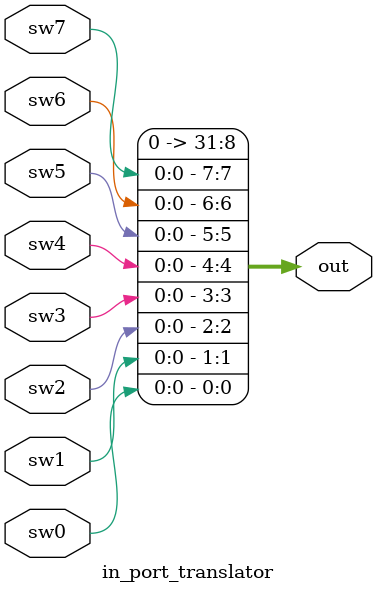
<source format=v>
module in_port_translator (sw7,sw6,sw5,sw4,sw3,sw2,sw1,sw0,out);
	input sw7,sw6,sw5,sw4,sw3,sw2,sw1,sw0;
	output [31:0] out;

	assign out[31:8] = 24'h000;
	assign out[7] = sw7;
	assign out[6] = sw6;
	assign out[5] = sw5;
	assign out[4] = sw4;
	assign out[3] = sw3;
	assign out[2] = sw2;
	assign out[1] = sw1;
	assign out[0] = sw0;
endmodule

</source>
